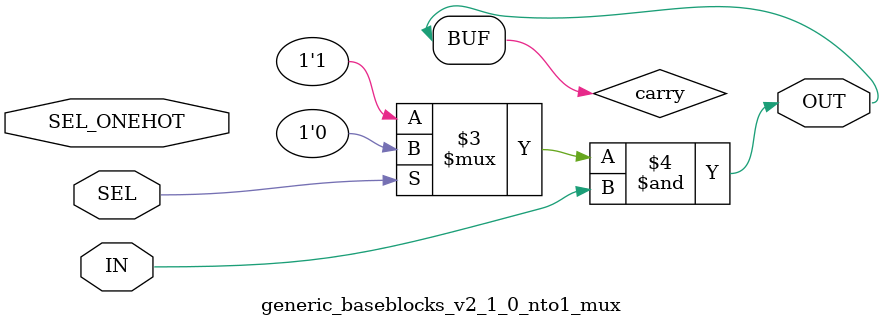
<source format=v>



`timescale 1ps/1ps


(* DowngradeIPIdentifiedWarnings="yes" *) 
module generic_baseblocks_v2_1_0_carry_latch_and #
  (
   parameter          C_FAMILY                         = "virtex6"
                       // FPGA Family. Current version: virtex6 or spartan6.
   )
  (
   input  wire        CIN,
   input  wire        I,
   output wire        O
   );
  
  
  /////////////////////////////////////////////////////////////////////////////
  // Variables for generating parameter controlled instances.
  /////////////////////////////////////////////////////////////////////////////
  
  
  /////////////////////////////////////////////////////////////////////////////
  // Local params
  /////////////////////////////////////////////////////////////////////////////
  
  
  /////////////////////////////////////////////////////////////////////////////
  // Functions
  /////////////////////////////////////////////////////////////////////////////
  
  
  /////////////////////////////////////////////////////////////////////////////
  // Internal signals
  /////////////////////////////////////////////////////////////////////////////

  
  /////////////////////////////////////////////////////////////////////////////
  // Instantiate or use RTL code
  /////////////////////////////////////////////////////////////////////////////
  
  generate
    if ( C_FAMILY == "rtl" ) begin : USE_RTL
      assign O = CIN & ~I;
      
    end else begin : USE_FPGA
      wire I_n;
      
      assign I_n = ~I;
    
      AND2B1L and2b1l_inst 
        (
         .O(O),
         .DI(CIN),
         .SRI(I_n)
        );
      
    end
  endgenerate
  
  
endmodule


// -- (c) Copyright 2010 - 2011 Xilinx, Inc. All rights reserved.
// --
// -- This file contains confidential and proprietary information
// -- of Xilinx, Inc. and is protected under U.S. and 
// -- international copyright and other intellectual property
// -- laws.
// --
// -- DISCLAIMER
// -- This disclaimer is not a license and does not grant any
// -- rights to the materials distributed herewith. Except as
// -- otherwise provided in a valid license issued to you by
// -- Xilinx, and to the maximum extent permitted by applicable
// -- law: (1) THESE MATERIALS ARE MADE AVAILABLE "AS IS" AND
// -- WITH ALL FAULTS, AND XILINX HEREBY DISCLAIMS ALL WARRANTIES
// -- AND CONDITIONS, EXPRESS, IMPLIED, OR STATUTORY, INCLUDING
// -- BUT NOT LIMITED TO WARRANTIES OF MERCHANTABILITY, NON-
// -- INFRINGEMENT, OR FITNESS FOR ANY PARTICULAR PURPOSE; and
// -- (2) Xilinx shall not be liable (whether in contract or tort,
// -- including negligence, or under any other theory of
// -- liability) for any loss or damage of any kind or nature
// -- related to, arising under or in connection with these
// -- materials, including for any direct, or any indirect,
// -- special, incidental, or consequential loss or damage
// -- (including loss of data, profits, goodwill, or any type of
// -- loss or damage suffered as a result of any action brought
// -- by a third party) even if such damage or loss was
// -- reasonably foreseeable or Xilinx had been advised of the
// -- possibility of the same.
// --
// -- CRITICAL APPLICATIONS
// -- Xilinx products are not designed or intended to be fail-
// -- safe, or for use in any application requiring fail-safe
// -- performance, such as life-support or safety devices or
// -- systems, Class III medical devices, nuclear facilities,
// -- applications related to the deployment of airbags, or any
// -- other applications that could lead to death, personal
// -- injury, or severe property or environmental damage
// -- (individually and collectively, "Critical
// -- Applications"). Customer assumes the sole risk and
// -- liability of any use of Xilinx products in Critical
// -- Applications, subject only to applicable laws and
// -- regulations governing limitations on product liability.
// --
// -- THIS COPYRIGHT NOTICE AND DISCLAIMER MUST BE RETAINED AS
// -- PART OF THIS FILE AT ALL TIMES.
//-----------------------------------------------------------------------------
//
// Description: 
//  Optimized OR with generic_baseblocks_v2_1_0_carry logic.
//
// Verilog-standard:  Verilog 2001
//--------------------------------------------------------------------------
//
// Structure:
//   
//
//--------------------------------------------------------------------------
`timescale 1ps/1ps


(* DowngradeIPIdentifiedWarnings="yes" *) 
module generic_baseblocks_v2_1_0_carry_latch_or #
  (
   parameter          C_FAMILY                         = "virtex6"
                       // FPGA Family. Current version: virtex6 or spartan6.
   )
  (
   input  wire        CIN,
   input  wire        I,
   output wire        O
   );
  
  
  /////////////////////////////////////////////////////////////////////////////
  // Variables for generating parameter controlled instances.
  /////////////////////////////////////////////////////////////////////////////
  
  
  /////////////////////////////////////////////////////////////////////////////
  // Local params
  /////////////////////////////////////////////////////////////////////////////
  
  
  /////////////////////////////////////////////////////////////////////////////
  // Functions
  /////////////////////////////////////////////////////////////////////////////
  
  
  /////////////////////////////////////////////////////////////////////////////
  // Internal signals
  /////////////////////////////////////////////////////////////////////////////
  
  
  /////////////////////////////////////////////////////////////////////////////
  // Instantiate or use RTL code
  /////////////////////////////////////////////////////////////////////////////
  
  generate
    if ( C_FAMILY == "rtl" ) begin : USE_RTL
      assign O = CIN | I;
      
    end else begin : USE_FPGA
      OR2L or2l_inst1
        (
         .O(O),
         .DI(CIN),
         .SRI(I)
        );
      
    end
  endgenerate
  
  
endmodule


// -- (c) Copyright 2010 - 2011 Xilinx, Inc. All rights reserved.
// --
// -- This file contains confidential and proprietary information
// -- of Xilinx, Inc. and is protected under U.S. and 
// -- international copyright and other intellectual property
// -- laws.
// --
// -- DISCLAIMER
// -- This disclaimer is not a license and does not grant any
// -- rights to the materials distributed herewith. Except as
// -- otherwise provided in a valid license issued to you by
// -- Xilinx, and to the maximum extent permitted by applicable
// -- law: (1) THESE MATERIALS ARE MADE AVAILABLE "AS IS" AND
// -- WITH ALL FAULTS, AND XILINX HEREBY DISCLAIMS ALL WARRANTIES
// -- AND CONDITIONS, EXPRESS, IMPLIED, OR STATUTORY, INCLUDING
// -- BUT NOT LIMITED TO WARRANTIES OF MERCHANTABILITY, NON-
// -- INFRINGEMENT, OR FITNESS FOR ANY PARTICULAR PURPOSE; and
// -- (2) Xilinx shall not be liable (whether in contract or tort,
// -- including negligence, or under any other theory of
// -- liability) for any loss or damage of any kind or nature
// -- related to, arising under or in connection with these
// -- materials, including for any direct, or any indirect,
// -- special, incidental, or consequential loss or damage
// -- (including loss of data, profits, goodwill, or any type of
// -- loss or damage suffered as a result of any action brought
// -- by a third party) even if such damage or loss was
// -- reasonably foreseeable or Xilinx had been advised of the
// -- possibility of the same.
// --
// -- CRITICAL APPLICATIONS
// -- Xilinx products are not designed or intended to be fail-
// -- safe, or for use in any application requiring fail-safe
// -- performance, such as life-support or safety devices or
// -- systems, Class III medical devices, nuclear facilities,
// -- applications related to the deployment of airbags, or any
// -- other applications that could lead to death, personal
// -- injury, or severe property or environmental damage
// -- (individually and collectively, "Critical
// -- Applications"). Customer assumes the sole risk and
// -- liability of any use of Xilinx products in Critical
// -- Applications, subject only to applicable laws and
// -- regulations governing limitations on product liability.
// --
// -- THIS COPYRIGHT NOTICE AND DISCLAIMER MUST BE RETAINED AS
// -- PART OF THIS FILE AT ALL TIMES.
//-----------------------------------------------------------------------------
//
// Description: 
//  Optimized OR with generic_baseblocks_v2_1_0_carry logic.
//
// Verilog-standard:  Verilog 2001
//--------------------------------------------------------------------------
//
// Structure:
//   
//
//--------------------------------------------------------------------------
`timescale 1ps/1ps


(* DowngradeIPIdentifiedWarnings="yes" *) 
module generic_baseblocks_v2_1_0_carry_or #
  (
   parameter         C_FAMILY                         = "virtex6"
                       // FPGA Family. Current version: virtex6 or spartan6.
   )
  (
   input  wire        CIN,
   input  wire        S,
   output wire        COUT
   );
  
  
  /////////////////////////////////////////////////////////////////////////////
  // Variables for generating parameter controlled instances.
  /////////////////////////////////////////////////////////////////////////////
  
  
  /////////////////////////////////////////////////////////////////////////////
  // Local params
  /////////////////////////////////////////////////////////////////////////////
  
  
  /////////////////////////////////////////////////////////////////////////////
  // Functions
  /////////////////////////////////////////////////////////////////////////////
  
  
  /////////////////////////////////////////////////////////////////////////////
  // Internal signals
  /////////////////////////////////////////////////////////////////////////////
  
  
  /////////////////////////////////////////////////////////////////////////////
  // Instantiate or use RTL code
  /////////////////////////////////////////////////////////////////////////////
  
  generate
    if ( C_FAMILY == "rtl" ) begin : USE_RTL
      assign COUT = CIN | S;
      
    end else begin : USE_FPGA
      wire S_n;
      
      assign S_n = ~S;
    
      MUXCY and_inst 
      (
       .O (COUT), 
       .CI (CIN), 
       .DI (1'b1), 
       .S (S_n)
      ); 
      
    end
  endgenerate
  
  
endmodule


// -- (c) Copyright 2010 - 2011 Xilinx, Inc. All rights reserved.
// --
// -- This file contains confidential and proprietary information
// -- of Xilinx, Inc. and is protected under U.S. and 
// -- international copyright and other intellectual property
// -- laws.
// --
// -- DISCLAIMER
// -- This disclaimer is not a license and does not grant any
// -- rights to the materials distributed herewith. Except as
// -- otherwise provided in a valid license issued to you by
// -- Xilinx, and to the maximum extent permitted by applicable
// -- law: (1) THESE MATERIALS ARE MADE AVAILABLE "AS IS" AND
// -- WITH ALL FAULTS, AND XILINX HEREBY DISCLAIMS ALL WARRANTIES
// -- AND CONDITIONS, EXPRESS, IMPLIED, OR STATUTORY, INCLUDING
// -- BUT NOT LIMITED TO WARRANTIES OF MERCHANTABILITY, NON-
// -- INFRINGEMENT, OR FITNESS FOR ANY PARTICULAR PURPOSE; and
// -- (2) Xilinx shall not be liable (whether in contract or tort,
// -- including negligence, or under any other theory of
// -- liability) for any loss or damage of any kind or nature
// -- related to, arising under or in connection with these
// -- materials, including for any direct, or any indirect,
// -- special, incidental, or consequential loss or damage
// -- (including loss of data, profits, goodwill, or any type of
// -- loss or damage suffered as a result of any action brought
// -- by a third party) even if such damage or loss was
// -- reasonably foreseeable or Xilinx had been advised of the
// -- possibility of the same.
// --
// -- CRITICAL APPLICATIONS
// -- Xilinx products are not designed or intended to be fail-
// -- safe, or for use in any application requiring fail-safe
// -- performance, such as life-support or safety devices or
// -- systems, Class III medical devices, nuclear facilities,
// -- applications related to the deployment of airbags, or any
// -- other applications that could lead to death, personal
// -- injury, or severe property or environmental damage
// -- (individually and collectively, "Critical
// -- Applications"). Customer assumes the sole risk and
// -- liability of any use of Xilinx products in Critical
// -- Applications, subject only to applicable laws and
// -- regulations governing limitations on product liability.
// --
// -- THIS COPYRIGHT NOTICE AND DISCLAIMER MUST BE RETAINED AS
// -- PART OF THIS FILE AT ALL TIMES.
//-----------------------------------------------------------------------------
//
// Description: 
//  Carry logic.
//
// Verilog-standard:  Verilog 2001
//--------------------------------------------------------------------------
//
// Structure:
//   
//
//--------------------------------------------------------------------------
`timescale 1ps/1ps


(* DowngradeIPIdentifiedWarnings="yes" *) 
module generic_baseblocks_v2_1_0_carry #
  (
   parameter         C_FAMILY                         = "virtex6"
                       // FPGA Family. Current version: virtex6 or spartan6.
   )
  (
   input  wire        CIN,
   input  wire        S,
   input  wire        DI,
   output wire        COUT
   );
  
  
  /////////////////////////////////////////////////////////////////////////////
  // Variables for generating parameter controlled instances.
  /////////////////////////////////////////////////////////////////////////////
  
  
  /////////////////////////////////////////////////////////////////////////////
  // Local params
  /////////////////////////////////////////////////////////////////////////////
  
  
  /////////////////////////////////////////////////////////////////////////////
  // Functions
  /////////////////////////////////////////////////////////////////////////////
  
  
  /////////////////////////////////////////////////////////////////////////////
  // Internal signals
  /////////////////////////////////////////////////////////////////////////////
  
  
  /////////////////////////////////////////////////////////////////////////////
  // Instantiate or use RTL code
  /////////////////////////////////////////////////////////////////////////////
  
  generate
    if ( C_FAMILY == "rtl" ) begin : USE_RTL
      assign COUT = (CIN & S) | (DI & ~S);
      
    end else begin : USE_FPGA
    
      MUXCY and_inst 
      (
       .O (COUT), 
       .CI (CIN), 
       .DI (DI), 
       .S (S)
      ); 
      
    end
  endgenerate
  
  
endmodule


// -- (c) Copyright 2010 - 2011 Xilinx, Inc. All rights reserved.
// --
// -- This file contains confidential and proprietary information
// -- of Xilinx, Inc. and is protected under U.S. and 
// -- international copyright and other intellectual property
// -- laws.
// --
// -- DISCLAIMER
// -- This disclaimer is not a license and does not grant any
// -- rights to the materials distributed herewith. Except as
// -- otherwise provided in a valid license issued to you by
// -- Xilinx, and to the maximum extent permitted by applicable
// -- law: (1) THESE MATERIALS ARE MADE AVAILABLE "AS IS" AND
// -- WITH ALL FAULTS, AND XILINX HEREBY DISCLAIMS ALL WARRANTIES
// -- AND CONDITIONS, EXPRESS, IMPLIED, OR STATUTORY, INCLUDING
// -- BUT NOT LIMITED TO WARRANTIES OF MERCHANTABILITY, NON-
// -- INFRINGEMENT, OR FITNESS FOR ANY PARTICULAR PURPOSE; and
// -- (2) Xilinx shall not be liable (whether in contract or tort,
// -- including negligence, or under any other theory of
// -- liability) for any loss or damage of any kind or nature
// -- related to, arising under or in connection with these
// -- materials, including for any direct, or any indirect,
// -- special, incidental, or consequential loss or damage
// -- (including loss of data, profits, goodwill, or any type of
// -- loss or damage suffered as a result of any action brought
// -- by a third party) even if such damage or loss was
// -- reasonably foreseeable or Xilinx had been advised of the
// -- possibility of the same.
// --
// -- CRITICAL APPLICATIONS
// -- Xilinx products are not designed or intended to be fail-
// -- safe, or for use in any application requiring fail-safe
// -- performance, such as life-support or safety devices or
// -- systems, Class III medical devices, nuclear facilities,
// -- applications related to the deployment of airbags, or any
// -- other applications that could lead to death, personal
// -- injury, or severe property or environmental damage
// -- (individually and collectively, "Critical
// -- Applications"). Customer assumes the sole risk and
// -- liability of any use of Xilinx products in Critical
// -- Applications, subject only to applicable laws and
// -- regulations governing limitations on product liability.
// --
// -- THIS COPYRIGHT NOTICE AND DISCLAIMER MUST BE RETAINED AS
// -- PART OF THIS FILE AT ALL TIMES.
//-----------------------------------------------------------------------------
//
// Description: 
//  Optimized 16/32 word deep FIFO.
//
// Verilog-standard:  Verilog 2001
//--------------------------------------------------------------------------
//
// Structure:
//   
//
//--------------------------------------------------------------------------
`timescale 1ps/1ps


(* DowngradeIPIdentifiedWarnings="yes" *) 
module generic_baseblocks_v2_1_0_command_fifo #
  (
   parameter         C_FAMILY                        = "virtex6",
   parameter integer C_ENABLE_S_VALID_CARRY          = 0,
   parameter integer C_ENABLE_REGISTERED_OUTPUT      = 0,
   parameter integer C_FIFO_DEPTH_LOG                = 5,      // FIFO depth = 2**C_FIFO_DEPTH_LOG
                                                               // Range = [4:5].
   parameter integer C_FIFO_WIDTH                    = 64      // Width of payload [1:512]
   )
  (
   // Global inputs
   input  wire                        ACLK,    // Clock
   input  wire                        ARESET,  // Reset
   // Information
   output wire                        EMPTY,   // FIFO empty (all stages)
   // Slave  Port
   input  wire [C_FIFO_WIDTH-1:0]     S_MESG,  // Payload (may be any set of channel signals)
   input  wire                        S_VALID, // FIFO push
   output wire                        S_READY, // FIFO not full
   // Master  Port
   output wire [C_FIFO_WIDTH-1:0]     M_MESG,  // Payload
   output wire                        M_VALID, // FIFO not empty
   input  wire                        M_READY  // FIFO pop
   );

  /////////////////////////////////////////////////////////////////////////////
  // Variables for generating parameter controlled instances.
  /////////////////////////////////////////////////////////////////////////////
  
  // Generate variable for data vector.
  genvar addr_cnt;
  genvar bit_cnt;
  integer index;
  
  
  /////////////////////////////////////////////////////////////////////////////
  // Internal signals
  /////////////////////////////////////////////////////////////////////////////
  
  wire [C_FIFO_DEPTH_LOG-1:0] addr;
  wire                        buffer_Full;
  wire                        buffer_Empty;
  
  wire                        next_Data_Exists;
  reg                         data_Exists_I = 1'b0;
  
  wire                        valid_Write;
  wire                        new_write;
  
  wire [C_FIFO_DEPTH_LOG-1:0] hsum_A;
  wire [C_FIFO_DEPTH_LOG-1:0] sum_A;
  wire [C_FIFO_DEPTH_LOG-1:0] addr_cy;

  wire                        buffer_full_early;
  
  wire [C_FIFO_WIDTH-1:0]     M_MESG_I;   // Payload
  wire                        M_VALID_I;  // FIFO not empty
  wire                        M_READY_I;  // FIFO pop
  
  /////////////////////////////////////////////////////////////////////////////
  // Create Flags 
  /////////////////////////////////////////////////////////////////////////////
  
  assign buffer_full_early  = ( (addr == {{C_FIFO_DEPTH_LOG-1{1'b1}}, 1'b0}) & valid_Write & ~M_READY_I ) |
                              ( buffer_Full & ~M_READY_I );

  assign S_READY            = ~buffer_Full;

  assign buffer_Empty       = (addr == {C_FIFO_DEPTH_LOG{1'b0}});

  assign next_Data_Exists   = (data_Exists_I & ~buffer_Empty) |
                              (buffer_Empty & S_VALID) |
                              (data_Exists_I & ~(M_READY_I & data_Exists_I));

  always @ (posedge ACLK) begin
    if (ARESET) begin
      data_Exists_I <= 1'b0;
    end else begin
      data_Exists_I <= next_Data_Exists;
    end
  end

  assign M_VALID_I = data_Exists_I;
  
  // Select RTL or FPGA optimized instatiations for critical parts.
  generate
    if ( C_FAMILY == "rtl" || C_ENABLE_S_VALID_CARRY == 0 ) begin : USE_RTL_VALID_WRITE
      reg                         buffer_Full_q = 1'b0;
      
      assign valid_Write = S_VALID & ~buffer_Full;
      
      assign new_write = (S_VALID | ~buffer_Empty);
     
      assign addr_cy[0] = valid_Write;
      
      always @ (posedge ACLK) begin
        if (ARESET) begin
          buffer_Full_q <= 1'b0;
        end else if ( data_Exists_I ) begin
          buffer_Full_q <= buffer_full_early;
        end
      end
      assign buffer_Full = buffer_Full_q;
      
    end else begin : USE_FPGA_VALID_WRITE
      wire s_valid_dummy1;
      wire s_valid_dummy2;
      wire sel_s_valid;
      wire sel_new_write;
      wire valid_Write_dummy1;
      wire valid_Write_dummy2;
      
      assign sel_s_valid = ~buffer_Full;
      
      generic_baseblocks_v2_1_0_carry_and #
        (
         .C_FAMILY(C_FAMILY)
         ) s_valid_dummy_inst1
        (
         .CIN(S_VALID),
         .S(1'b1),
         .COUT(s_valid_dummy1)
         );
      
      generic_baseblocks_v2_1_0_carry_and #
        (
         .C_FAMILY(C_FAMILY)
         ) s_valid_dummy_inst2
        (
         .CIN(s_valid_dummy1),
         .S(1'b1),
         .COUT(s_valid_dummy2)
         );
      
      generic_baseblocks_v2_1_0_carry_and #
        (
         .C_FAMILY(C_FAMILY)
         ) valid_write_inst
        (
         .CIN(s_valid_dummy2),
         .S(sel_s_valid),
         .COUT(valid_Write)
         );
      
      assign sel_new_write = ~buffer_Empty;
       
      generic_baseblocks_v2_1_0_carry_latch_or #
        (
         .C_FAMILY(C_FAMILY)
         ) new_write_inst
        (
         .CIN(valid_Write),
         .I(sel_new_write),
         .O(new_write)
         );
         
      generic_baseblocks_v2_1_0_carry_and #
        (
         .C_FAMILY(C_FAMILY)
         ) valid_write_dummy_inst1
        (
         .CIN(valid_Write),
         .S(1'b1),
         .COUT(valid_Write_dummy1)
         );
      
      generic_baseblocks_v2_1_0_carry_and #
        (
         .C_FAMILY(C_FAMILY)
         ) valid_write_dummy_inst2
        (
         .CIN(valid_Write_dummy1),
         .S(1'b1),
         .COUT(valid_Write_dummy2)
         );
      
      generic_baseblocks_v2_1_0_carry_and #
        (
         .C_FAMILY(C_FAMILY)
         ) valid_write_dummy_inst3
        (
         .CIN(valid_Write_dummy2),
         .S(1'b1),
         .COUT(addr_cy[0])
         );
      
      FDRE #(
       .INIT(1'b0)              // Initial value of register (1'b0 or 1'b1)
       ) FDRE_I1 (
       .Q(buffer_Full),         // Data output
       .C(ACLK),                // Clock input
       .CE(data_Exists_I),      // Clock enable input
       .R(ARESET),              // Synchronous reset input
       .D(buffer_full_early)    // Data input
       );
       
    end
  endgenerate
      
    
  /////////////////////////////////////////////////////////////////////////////
  // Create address pointer
  /////////////////////////////////////////////////////////////////////////////

  generate
    if ( C_FAMILY == "rtl" ) begin : USE_RTL_ADDR
    
      reg  [C_FIFO_DEPTH_LOG-1:0] addr_q = {C_FIFO_DEPTH_LOG{1'b0}};
      
      always @ (posedge ACLK) begin
        if (ARESET) begin
          addr_q <= {C_FIFO_DEPTH_LOG{1'b0}};
        end else if ( data_Exists_I ) begin
          if ( valid_Write & ~(M_READY_I & data_Exists_I) ) begin
            addr_q <= addr_q + 1'b1;
          end else if ( ~valid_Write & (M_READY_I & data_Exists_I) & ~buffer_Empty ) begin
            addr_q <= addr_q - 1'b1;
          end
          else begin
            addr_q <= addr_q;
          end
        end
        else begin
          addr_q <= addr_q;
        end
      end
      
      assign addr = addr_q;
      
    end else begin : USE_FPGA_ADDR
      for (addr_cnt = 0; addr_cnt < C_FIFO_DEPTH_LOG ; addr_cnt = addr_cnt + 1) begin : ADDR_GEN
        assign hsum_A[addr_cnt] = ((M_READY_I & data_Exists_I) ^ addr[addr_cnt]) & new_write;
        
        // Don't need the last muxcy, addr_cy(last) is not used anywhere
        if ( addr_cnt < C_FIFO_DEPTH_LOG - 1 ) begin : USE_MUXCY
          MUXCY MUXCY_inst (
           .DI(addr[addr_cnt]),
           .CI(addr_cy[addr_cnt]),
           .S(hsum_A[addr_cnt]),
           .O(addr_cy[addr_cnt+1])
           );
           
        end
        else begin : NO_MUXCY
        end
        
        XORCY XORCY_inst (
         .LI(hsum_A[addr_cnt]),
         .CI(addr_cy[addr_cnt]),
         .O(sum_A[addr_cnt])
         );
        
        FDRE #(
         .INIT(1'b0)             // Initial value of register (1'b0 or 1'b1)
         ) FDRE_inst (
         .Q(addr[addr_cnt]),     // Data output
         .C(ACLK),               // Clock input
         .CE(data_Exists_I),     // Clock enable input
         .R(ARESET),             // Synchronous reset input
         .D(sum_A[addr_cnt])     // Data input
         );
        
      end // end for bit_cnt
    end // C_FAMILY
  endgenerate
      
      
  /////////////////////////////////////////////////////////////////////////////
  // Data storage
  /////////////////////////////////////////////////////////////////////////////
  
  generate
    if ( C_FAMILY == "rtl" ) begin : USE_RTL_FIFO
      reg  [C_FIFO_WIDTH-1:0] data_srl[2 ** C_FIFO_DEPTH_LOG-1:0];
      
      always @ (posedge ACLK) begin
        if ( valid_Write ) begin
          for (index = 0; index < 2 ** C_FIFO_DEPTH_LOG-1 ; index = index + 1) begin
            data_srl[index+1] <= data_srl[index];
          end
          data_srl[0]   <= S_MESG;
        end
      end
      
      assign M_MESG_I = data_srl[addr];
      
    end else begin : USE_FPGA_FIFO
      for (bit_cnt = 0; bit_cnt < C_FIFO_WIDTH ; bit_cnt = bit_cnt + 1) begin : DATA_GEN
        
        if ( C_FIFO_DEPTH_LOG == 5 ) begin : USE_32
            SRLC32E # (
             .INIT(32'h00000000)    // Initial Value of Shift Register
            ) SRLC32E_inst (
             .Q(M_MESG_I[bit_cnt]), // SRL data output
             .Q31(),                // SRL cascade output pin
             .A(addr),              // 5-bit shift depth select input
             .CE(valid_Write),      // Clock enable input
             .CLK(ACLK),            // Clock input
             .D(S_MESG[bit_cnt])    // SRL data input
            );
        end else begin : USE_16
            SRLC16E # (
             .INIT(32'h00000000)    // Initial Value of Shift Register
            ) SRLC16E_inst (
             .Q(M_MESG_I[bit_cnt]), // SRL data output
             .Q15(),                // SRL cascade output pin
             .A0(addr[0]),          // 4-bit shift depth select input 0
             .A1(addr[1]),          // 4-bit shift depth select input 1
             .A2(addr[2]),          // 4-bit shift depth select input 2
             .A3(addr[3]),          // 4-bit shift depth select input 3
             .CE(valid_Write),      // Clock enable input
             .CLK(ACLK),            // Clock input
             .D(S_MESG[bit_cnt])    // SRL data input
            );
        end // C_FIFO_DEPTH_LOG
      
      end // end for bit_cnt
    end // C_FAMILY
  endgenerate
  
  
  /////////////////////////////////////////////////////////////////////////////
  // Pipeline stage
  /////////////////////////////////////////////////////////////////////////////
  
  generate
    if ( C_ENABLE_REGISTERED_OUTPUT != 0 ) begin : USE_FF_OUT
      
      wire [C_FIFO_WIDTH-1:0]     M_MESG_FF;    // Payload
      wire                        M_VALID_FF;   // FIFO not empty
      
      // Select RTL or FPGA optimized instatiations for critical parts.
      if ( C_FAMILY == "rtl" ) begin : USE_RTL_OUTPUT_PIPELINE
      
        reg  [C_FIFO_WIDTH-1:0]     M_MESG_Q;   // Payload
        reg                         M_VALID_Q = 1'b0;  // FIFO not empty
        
        always @ (posedge ACLK) begin
          if (ARESET) begin
            M_MESG_Q    <= {C_FIFO_WIDTH{1'b0}};
            M_VALID_Q   <= 1'b0;
          end else begin
            if ( M_READY_I ) begin
              M_MESG_Q    <= M_MESG_I;
              M_VALID_Q   <= M_VALID_I;
            end
          end
        end
      
        assign M_MESG_FF     = M_MESG_Q;
        assign M_VALID_FF    = M_VALID_Q;
        
      end else begin : USE_FPGA_OUTPUT_PIPELINE
      
        reg  [C_FIFO_WIDTH-1:0]     M_MESG_CMB;   // Payload
        reg                         M_VALID_CMB;  // FIFO not empty
        
        always @ *
        begin
          if ( M_READY_I ) begin
            M_MESG_CMB  <= M_MESG_I;
            M_VALID_CMB <= M_VALID_I;
          end else begin
            M_MESG_CMB  <= M_MESG_FF;
            M_VALID_CMB <= M_VALID_FF;
          end
        end
        
        for (bit_cnt = 0; bit_cnt < C_FIFO_WIDTH ; bit_cnt = bit_cnt + 1) begin : DATA_GEN
              
          FDRE #(
           .INIT(1'b0)                    // Initial value of register (1'b0 or 1'b1)
           ) FDRE_inst (
           .Q(M_MESG_FF[bit_cnt]),        // Data output
           .C(ACLK),                      // Clock input
           .CE(1'b1),                     // Clock enable input
           .R(ARESET),                    // Synchronous reset input
           .D(M_MESG_CMB[bit_cnt])        // Data input
           );
        end // end for bit_cnt
            
        FDRE #(
         .INIT(1'b0)                    // Initial value of register (1'b0 or 1'b1)
         ) FDRE_inst (
         .Q(M_VALID_FF),                // Data output
         .C(ACLK),                      // Clock input
         .CE(1'b1),                     // Clock enable input
         .R(ARESET),                    // Synchronous reset input
         .D(M_VALID_CMB)                // Data input
         );
      
      end
      
      assign EMPTY      = ~M_VALID_I & ~M_VALID_FF;
      assign M_MESG     = M_MESG_FF;
      assign M_VALID    = M_VALID_FF;
      assign M_READY_I  = ( M_READY & M_VALID_FF ) | ~M_VALID_FF;
      
    end else begin : NO_FF_OUT
      
      assign EMPTY      = ~M_VALID_I;
      assign M_MESG     = M_MESG_I;
      assign M_VALID    = M_VALID_I;
      assign M_READY_I  = M_READY;
      
    end
  endgenerate

endmodule


// -- (c) Copyright 2010 - 2011 Xilinx, Inc. All rights reserved.
// --
// -- This file contains confidential and proprietary information
// -- of Xilinx, Inc. and is protected under U.S. and 
// -- international copyright and other intellectual property
// -- laws.
// --
// -- DISCLAIMER
// -- This disclaimer is not a license and does not grant any
// -- rights to the materials distributed herewith. Except as
// -- otherwise provided in a valid license issued to you by
// -- Xilinx, and to the maximum extent permitted by applicable
// -- law: (1) THESE MATERIALS ARE MADE AVAILABLE "AS IS" AND
// -- WITH ALL FAULTS, AND XILINX HEREBY DISCLAIMS ALL WARRANTIES
// -- AND CONDITIONS, EXPRESS, IMPLIED, OR STATUTORY, INCLUDING
// -- BUT NOT LIMITED TO WARRANTIES OF MERCHANTABILITY, NON-
// -- INFRINGEMENT, OR FITNESS FOR ANY PARTICULAR PURPOSE; and
// -- (2) Xilinx shall not be liable (whether in contract or tort,
// -- including negligence, or under any other theory of
// -- liability) for any loss or damage of any kind or nature
// -- related to, arising under or in connection with these
// -- materials, including for any direct, or any indirect,
// -- special, incidental, or consequential loss or damage
// -- (including loss of data, profits, goodwill, or any type of
// -- loss or damage suffered as a result of any action brought
// -- by a third party) even if such damage or loss was
// -- reasonably foreseeable or Xilinx had been advised of the
// -- possibility of the same.
// --
// -- CRITICAL APPLICATIONS
// -- Xilinx products are not designed or intended to be fail-
// -- safe, or for use in any application requiring fail-safe
// -- performance, such as life-support or safety devices or
// -- systems, Class III medical devices, nuclear facilities,
// -- applications related to the deployment of airbags, or any
// -- other applications that could lead to death, personal
// -- injury, or severe property or environmental damage
// -- (individually and collectively, "Critical
// -- Applications"). Customer assumes the sole risk and
// -- liability of any use of Xilinx products in Critical
// -- Applications, subject only to applicable laws and
// -- regulations governing limitations on product liability.
// --
// -- THIS COPYRIGHT NOTICE AND DISCLAIMER MUST BE RETAINED AS
// -- PART OF THIS FILE AT ALL TIMES.
//-----------------------------------------------------------------------------
//
// Description: 
//  Optimized COMPARATOR (against constant) with generic_baseblocks_v2_1_0_carry logic.
//
// Verilog-standard:  Verilog 2001
//--------------------------------------------------------------------------
//
// Structure:
//   
//
//--------------------------------------------------------------------------
`timescale 1ps/1ps

(* DowngradeIPIdentifiedWarnings="yes" *) 
module generic_baseblocks_v2_1_0_comparator_mask_static #
  (
   parameter         C_FAMILY                         = "virtex6", 
                       // FPGA Family. Current version: virtex6 or spartan6.
   parameter         C_VALUE                          = 4'b0,
                       // Static value to compare against.
   parameter integer C_DATA_WIDTH                     = 4
                       // Data width for comparator.
   )
  (
   input  wire                    CIN,
   input  wire [C_DATA_WIDTH-1:0] A,
   input  wire [C_DATA_WIDTH-1:0] M,
   output wire                    COUT
   );
  
  
  /////////////////////////////////////////////////////////////////////////////
  // Variables for generating parameter controlled instances.
  /////////////////////////////////////////////////////////////////////////////
  
  // Generate variable for bit vector.
  genvar lut_cnt;
  
  
  /////////////////////////////////////////////////////////////////////////////
  // Local params
  /////////////////////////////////////////////////////////////////////////////
  
  // Bits per LUT for this architecture.
  localparam integer C_BITS_PER_LUT   = 3;
  
  // Constants for packing levels.
  localparam integer C_NUM_LUT        = ( C_DATA_WIDTH + C_BITS_PER_LUT - 1 ) / C_BITS_PER_LUT;
  
  // 
  localparam integer C_FIX_DATA_WIDTH = ( C_NUM_LUT * C_BITS_PER_LUT > C_DATA_WIDTH ) ? C_NUM_LUT * C_BITS_PER_LUT :
                                        C_DATA_WIDTH;
  
  
  /////////////////////////////////////////////////////////////////////////////
  // Functions
  /////////////////////////////////////////////////////////////////////////////
  
  
  /////////////////////////////////////////////////////////////////////////////
  // Internal signals
  /////////////////////////////////////////////////////////////////////////////
  
  wire [C_FIX_DATA_WIDTH-1:0] a_local;
  wire [C_FIX_DATA_WIDTH-1:0] b_local;
  wire [C_FIX_DATA_WIDTH-1:0] m_local;
  wire [C_NUM_LUT-1:0]        sel;
  wire [C_NUM_LUT:0]          carry_local;
  
  
  /////////////////////////////////////////////////////////////////////////////
  // 
  /////////////////////////////////////////////////////////////////////////////
  
  generate
    // Assign input to local vectors.
    assign carry_local[0] = CIN;
    
    // Extend input data to fit.
    if ( C_NUM_LUT * C_BITS_PER_LUT > C_DATA_WIDTH ) begin : USE_EXTENDED_DATA
      assign a_local        = {A,       {C_NUM_LUT * C_BITS_PER_LUT - C_DATA_WIDTH{1'b0}}};
      assign b_local        = {C_VALUE, {C_NUM_LUT * C_BITS_PER_LUT - C_DATA_WIDTH{1'b0}}};
      assign m_local        = {M, {C_NUM_LUT * C_BITS_PER_LUT - C_DATA_WIDTH{1'b0}}};
    end else begin : NO_EXTENDED_DATA
      assign a_local        = A;
      assign b_local        = C_VALUE;
      assign m_local        = M;
    end
    
    // Instantiate one generic_baseblocks_v2_1_0_carry and per level.
    for (lut_cnt = 0; lut_cnt < C_NUM_LUT ; lut_cnt = lut_cnt + 1) begin : LUT_LEVEL
      // Create the local select signal
      assign sel[lut_cnt] = ( ( a_local[lut_cnt*C_BITS_PER_LUT +: C_BITS_PER_LUT] &
                                m_local[lut_cnt*C_BITS_PER_LUT +: C_BITS_PER_LUT] ) == 
                              ( b_local[lut_cnt*C_BITS_PER_LUT +: C_BITS_PER_LUT] &
                                m_local[lut_cnt*C_BITS_PER_LUT +: C_BITS_PER_LUT] ) );
    
      // Instantiate each LUT level.
      generic_baseblocks_v2_1_0_carry_and # 
      (
       .C_FAMILY(C_FAMILY)
      ) compare_inst 
      (
       .COUT  (carry_local[lut_cnt+1]),
       .CIN   (carry_local[lut_cnt]),
       .S     (sel[lut_cnt])
      ); 
      
    end // end for lut_cnt
    
    // Assign output from local vector.
    assign COUT = carry_local[C_NUM_LUT];
    
  endgenerate
  
  
endmodule


// -- (c) Copyright 2010 - 2011 Xilinx, Inc. All rights reserved.
// --
// -- This file contains confidential and proprietary information
// -- of Xilinx, Inc. and is protected under U.S. and 
// -- international copyright and other intellectual property
// -- laws.
// --
// -- DISCLAIMER
// -- This disclaimer is not a license and does not grant any
// -- rights to the materials distributed herewith. Except as
// -- otherwise provided in a valid license issued to you by
// -- Xilinx, and to the maximum extent permitted by applicable
// -- law: (1) THESE MATERIALS ARE MADE AVAILABLE "AS IS" AND
// -- WITH ALL FAULTS, AND XILINX HEREBY DISCLAIMS ALL WARRANTIES
// -- AND CONDITIONS, EXPRESS, IMPLIED, OR STATUTORY, INCLUDING
// -- BUT NOT LIMITED TO WARRANTIES OF MERCHANTABILITY, NON-
// -- INFRINGEMENT, OR FITNESS FOR ANY PARTICULAR PURPOSE; and
// -- (2) Xilinx shall not be liable (whether in contract or tort,
// -- including negligence, or under any other theory of
// -- liability) for any loss or damage of any kind or nature
// -- related to, arising under or in connection with these
// -- materials, including for any direct, or any indirect,
// -- special, incidental, or consequential loss or damage
// -- (including loss of data, profits, goodwill, or any type of
// -- loss or damage suffered as a result of any action brought
// -- by a third party) even if such damage or loss was
// -- reasonably foreseeable or Xilinx had been advised of the
// -- possibility of the same.
// --
// -- CRITICAL APPLICATIONS
// -- Xilinx products are not designed or intended to be fail-
// -- safe, or for use in any application requiring fail-safe
// -- performance, such as life-support or safety devices or
// -- systems, Class III medical devices, nuclear facilities,
// -- applications related to the deployment of airbags, or any
// -- other applications that could lead to death, personal
// -- injury, or severe property or environmental damage
// -- (individually and collectively, "Critical
// -- Applications"). Customer assumes the sole risk and
// -- liability of any use of Xilinx products in Critical
// -- Applications, subject only to applicable laws and
// -- regulations governing limitations on product liability.
// --
// -- THIS COPYRIGHT NOTICE AND DISCLAIMER MUST BE RETAINED AS
// -- PART OF THIS FILE AT ALL TIMES.
//-----------------------------------------------------------------------------
//
// Description: 
//  Optimized COMPARATOR with generic_baseblocks_v2_1_0_carry logic.
//
// Verilog-standard:  Verilog 2001
//--------------------------------------------------------------------------
//
// Structure:
//   
//
//--------------------------------------------------------------------------
`timescale 1ps/1ps

(* DowngradeIPIdentifiedWarnings="yes" *) 
module generic_baseblocks_v2_1_0_comparator_mask #
  (
   parameter         C_FAMILY                         = "virtex6", 
                       // FPGA Family. Current version: virtex6 or spartan6.
   parameter integer C_DATA_WIDTH                     = 4
                       // Data width for comparator.
   )
  (
   input  wire                    CIN,
   input  wire [C_DATA_WIDTH-1:0] A,
   input  wire [C_DATA_WIDTH-1:0] B,
   input  wire [C_DATA_WIDTH-1:0] M,
   output wire                    COUT
   );
  
  
  /////////////////////////////////////////////////////////////////////////////
  // Variables for generating parameter controlled instances.
  /////////////////////////////////////////////////////////////////////////////
  
  // Generate variable for bit vector.
  genvar lut_cnt;
  
  
  /////////////////////////////////////////////////////////////////////////////
  // Local params
  /////////////////////////////////////////////////////////////////////////////
  
  // Bits per LUT for this architecture.
  localparam integer C_BITS_PER_LUT   = 2;
  
  // Constants for packing levels.
  localparam integer C_NUM_LUT        = ( C_DATA_WIDTH + C_BITS_PER_LUT - 1 ) / C_BITS_PER_LUT;
  
  // 
  localparam integer C_FIX_DATA_WIDTH = ( C_NUM_LUT * C_BITS_PER_LUT > C_DATA_WIDTH ) ? C_NUM_LUT * C_BITS_PER_LUT :
                                        C_DATA_WIDTH;
  
  
  /////////////////////////////////////////////////////////////////////////////
  // Functions
  /////////////////////////////////////////////////////////////////////////////
  
  
  /////////////////////////////////////////////////////////////////////////////
  // Internal signals
  /////////////////////////////////////////////////////////////////////////////
  
  wire [C_FIX_DATA_WIDTH-1:0] a_local;
  wire [C_FIX_DATA_WIDTH-1:0] b_local;
  wire [C_FIX_DATA_WIDTH-1:0] m_local;
  wire [C_NUM_LUT-1:0]        sel;
  wire [C_NUM_LUT:0]          carry_local;
  
  
  /////////////////////////////////////////////////////////////////////////////
  // 
  /////////////////////////////////////////////////////////////////////////////
  
  generate
    // Assign input to local vectors.
    assign carry_local[0] = CIN;
    
    // Extend input data to fit.
    if ( C_NUM_LUT * C_BITS_PER_LUT > C_DATA_WIDTH ) begin : USE_EXTENDED_DATA
      assign a_local        = {A, {C_NUM_LUT * C_BITS_PER_LUT - C_DATA_WIDTH{1'b0}}};
      assign b_local        = {B, {C_NUM_LUT * C_BITS_PER_LUT - C_DATA_WIDTH{1'b0}}};
      assign m_local        = {M, {C_NUM_LUT * C_BITS_PER_LUT - C_DATA_WIDTH{1'b0}}};
    end else begin : NO_EXTENDED_DATA
      assign a_local        = A;
      assign b_local        = B;
      assign m_local        = M;
    end
  
    // Instantiate one generic_baseblocks_v2_1_0_carry and per level.
    for (lut_cnt = 0; lut_cnt < C_NUM_LUT ; lut_cnt = lut_cnt + 1) begin : LUT_LEVEL
      // Create the local select signal
      assign sel[lut_cnt] = ( ( a_local[lut_cnt*C_BITS_PER_LUT +: C_BITS_PER_LUT] &
                                m_local[lut_cnt*C_BITS_PER_LUT +: C_BITS_PER_LUT] ) == 
                              ( b_local[lut_cnt*C_BITS_PER_LUT +: C_BITS_PER_LUT] &
                                m_local[lut_cnt*C_BITS_PER_LUT +: C_BITS_PER_LUT] ) );
    
      // Instantiate each LUT level.
      generic_baseblocks_v2_1_0_carry_and # 
      (
       .C_FAMILY(C_FAMILY)
      ) compare_inst 
      (
       .COUT  (carry_local[lut_cnt+1]),
       .CIN   (carry_local[lut_cnt]),
       .S     (sel[lut_cnt])
      ); 
      
    end // end for lut_cnt
    
    // Assign output from local vector.
    assign COUT = carry_local[C_NUM_LUT];
    
  endgenerate
  
  
endmodule


// -- (c) Copyright 2010 - 2011 Xilinx, Inc. All rights reserved.
// --
// -- This file contains confidential and proprietary information
// -- of Xilinx, Inc. and is protected under U.S. and 
// -- international copyright and other intellectual property
// -- laws.
// --
// -- DISCLAIMER
// -- This disclaimer is not a license and does not grant any
// -- rights to the materials distributed herewith. Except as
// -- otherwise provided in a valid license issued to you by
// -- Xilinx, and to the maximum extent permitted by applicable
// -- law: (1) THESE MATERIALS ARE MADE AVAILABLE "AS IS" AND
// -- WITH ALL FAULTS, AND XILINX HEREBY DISCLAIMS ALL WARRANTIES
// -- AND CONDITIONS, EXPRESS, IMPLIED, OR STATUTORY, INCLUDING
// -- BUT NOT LIMITED TO WARRANTIES OF MERCHANTABILITY, NON-
// -- INFRINGEMENT, OR FITNESS FOR ANY PARTICULAR PURPOSE; and
// -- (2) Xilinx shall not be liable (whether in contract or tort,
// -- including negligence, or under any other theory of
// -- liability) for any loss or damage of any kind or nature
// -- related to, arising under or in connection with these
// -- materials, including for any direct, or any indirect,
// -- special, incidental, or consequential loss or damage
// -- (including loss of data, profits, goodwill, or any type of
// -- loss or damage suffered as a result of any action brought
// -- by a third party) even if such damage or loss was
// -- reasonably foreseeable or Xilinx had been advised of the
// -- possibility of the same.
// --
// -- CRITICAL APPLICATIONS
// -- Xilinx products are not designed or intended to be fail-
// -- safe, or for use in any application requiring fail-safe
// -- performance, such as life-support or safety devices or
// -- systems, Class III medical devices, nuclear facilities,
// -- applications related to the deployment of airbags, or any
// -- other applications that could lead to death, personal
// -- injury, or severe property or environmental damage
// -- (individually and collectively, "Critical
// -- Applications"). Customer assumes the sole risk and
// -- liability of any use of Xilinx products in Critical
// -- Applications, subject only to applicable laws and
// -- regulations governing limitations on product liability.
// --
// -- THIS COPYRIGHT NOTICE AND DISCLAIMER MUST BE RETAINED AS
// -- PART OF THIS FILE AT ALL TIMES.
//-----------------------------------------------------------------------------
//
// Description: 
//  Optimized COMPARATOR (against constant) with generic_baseblocks_v2_1_0_carry logic.
//
// Verilog-standard:  Verilog 2001
//--------------------------------------------------------------------------
//
// Structure:
//   
//
//--------------------------------------------------------------------------
`timescale 1ps/1ps

(* DowngradeIPIdentifiedWarnings="yes" *) 
module generic_baseblocks_v2_1_0_comparator_sel_mask_static #
  (
   parameter         C_FAMILY                         = "virtex6", 
                       // FPGA Family. Current version: virtex6 or spartan6.
   parameter         C_VALUE                          = 4'b0,
                       // Static value to compare against.
   parameter integer C_DATA_WIDTH                     = 4
                       // Data width for comparator.
   )
  (
   input  wire                    CIN,
   input  wire                    S,
   input  wire [C_DATA_WIDTH-1:0] A,
   input  wire [C_DATA_WIDTH-1:0] B,
   input  wire [C_DATA_WIDTH-1:0] M,
   output wire                    COUT
   );
  
  
  /////////////////////////////////////////////////////////////////////////////
  // Variables for generating parameter controlled instances.
  /////////////////////////////////////////////////////////////////////////////
  
  // Generate variable for bit vector.
  genvar lut_cnt;
  
  
  /////////////////////////////////////////////////////////////////////////////
  // Local params
  /////////////////////////////////////////////////////////////////////////////
  
  // Bits per LUT for this architecture.
  localparam integer C_BITS_PER_LUT   = 1;
  
  // Constants for packing levels.
  localparam integer C_NUM_LUT        = ( C_DATA_WIDTH + C_BITS_PER_LUT - 1 ) / C_BITS_PER_LUT;
  
  // 
  localparam integer C_FIX_DATA_WIDTH = ( C_NUM_LUT * C_BITS_PER_LUT > C_DATA_WIDTH ) ? C_NUM_LUT * C_BITS_PER_LUT :
                                        C_DATA_WIDTH;
  
  
  /////////////////////////////////////////////////////////////////////////////
  // Functions
  /////////////////////////////////////////////////////////////////////////////
  
  
  /////////////////////////////////////////////////////////////////////////////
  // Internal signals
  /////////////////////////////////////////////////////////////////////////////
  
  wire [C_FIX_DATA_WIDTH-1:0] a_local;
  wire [C_FIX_DATA_WIDTH-1:0] b_local;
  wire [C_FIX_DATA_WIDTH-1:0] m_local;
  wire [C_FIX_DATA_WIDTH-1:0] v_local;
  wire [C_NUM_LUT-1:0]        sel;
  wire [C_NUM_LUT:0]          carry_local;
  
  
  /////////////////////////////////////////////////////////////////////////////
  // 
  /////////////////////////////////////////////////////////////////////////////
  
  generate
    // Assign input to local vectors.
    assign carry_local[0] = CIN;
    
    // Extend input data to fit.
    if ( C_NUM_LUT * C_BITS_PER_LUT > C_DATA_WIDTH ) begin : USE_EXTENDED_DATA
      assign a_local        = {A,       {C_NUM_LUT * C_BITS_PER_LUT - C_DATA_WIDTH{1'b0}}};
      assign b_local        = {B,       {C_NUM_LUT * C_BITS_PER_LUT - C_DATA_WIDTH{1'b0}}};
      assign m_local        = {M,       {C_NUM_LUT * C_BITS_PER_LUT - C_DATA_WIDTH{1'b0}}};
      assign v_local        = {C_VALUE, {C_NUM_LUT * C_BITS_PER_LUT - C_DATA_WIDTH{1'b0}}};
    end else begin : NO_EXTENDED_DATA
      assign a_local        = A;
      assign b_local        = B;
      assign m_local        = M;
      assign v_local        = C_VALUE;
    end
    
    // Instantiate one generic_baseblocks_v2_1_0_carry and per level.
    for (lut_cnt = 0; lut_cnt < C_NUM_LUT ; lut_cnt = lut_cnt + 1) begin : LUT_LEVEL
      // Create the local select signal
      assign sel[lut_cnt] = ( ( ( a_local[lut_cnt*C_BITS_PER_LUT +: C_BITS_PER_LUT] &
                                  m_local[lut_cnt*C_BITS_PER_LUT +: C_BITS_PER_LUT] ) ==
                                ( v_local[lut_cnt*C_BITS_PER_LUT +: C_BITS_PER_LUT] &
                                  m_local[lut_cnt*C_BITS_PER_LUT +: C_BITS_PER_LUT] ) ) & ( S == 1'b0 ) ) |
                            ( ( ( b_local[lut_cnt*C_BITS_PER_LUT +: C_BITS_PER_LUT] &
                                  m_local[lut_cnt*C_BITS_PER_LUT +: C_BITS_PER_LUT] ) ==
                                ( v_local[lut_cnt*C_BITS_PER_LUT +: C_BITS_PER_LUT] &
                                  m_local[lut_cnt*C_BITS_PER_LUT +: C_BITS_PER_LUT] ) ) & ( S == 1'b1 ) );
    
      // Instantiate each LUT level.
      generic_baseblocks_v2_1_0_carry_and # 
      (
       .C_FAMILY(C_FAMILY)
      ) compare_inst 
      (
       .COUT  (carry_local[lut_cnt+1]),
       .CIN   (carry_local[lut_cnt]),
       .S     (sel[lut_cnt])
      ); 
      
    end // end for lut_cnt
    
    // Assign output from local vector.
    assign COUT = carry_local[C_NUM_LUT];
    
  endgenerate
  
  
endmodule


// -- (c) Copyright 2010 - 2011 Xilinx, Inc. All rights reserved.
// --
// -- This file contains confidential and proprietary information
// -- of Xilinx, Inc. and is protected under U.S. and 
// -- international copyright and other intellectual property
// -- laws.
// --
// -- DISCLAIMER
// -- This disclaimer is not a license and does not grant any
// -- rights to the materials distributed herewith. Except as
// -- otherwise provided in a valid license issued to you by
// -- Xilinx, and to the maximum extent permitted by applicable
// -- law: (1) THESE MATERIALS ARE MADE AVAILABLE "AS IS" AND
// -- WITH ALL FAULTS, AND XILINX HEREBY DISCLAIMS ALL WARRANTIES
// -- AND CONDITIONS, EXPRESS, IMPLIED, OR STATUTORY, INCLUDING
// -- BUT NOT LIMITED TO WARRANTIES OF MERCHANTABILITY, NON-
// -- INFRINGEMENT, OR FITNESS FOR ANY PARTICULAR PURPOSE; and
// -- (2) Xilinx shall not be liable (whether in contract or tort,
// -- including negligence, or under any other theory of
// -- liability) for any loss or damage of any kind or nature
// -- related to, arising under or in connection with these
// -- materials, including for any direct, or any indirect,
// -- special, incidental, or consequential loss or damage
// -- (including loss of data, profits, goodwill, or any type of
// -- loss or damage suffered as a result of any action brought
// -- by a third party) even if such damage or loss was
// -- reasonably foreseeable or Xilinx had been advised of the
// -- possibility of the same.
// --
// -- CRITICAL APPLICATIONS
// -- Xilinx products are not designed or intended to be fail-
// -- safe, or for use in any application requiring fail-safe
// -- performance, such as life-support or safety devices or
// -- systems, Class III medical devices, nuclear facilities,
// -- applications related to the deployment of airbags, or any
// -- other applications that could lead to death, personal
// -- injury, or severe property or environmental damage
// -- (individually and collectively, "Critical
// -- Applications"). Customer assumes the sole risk and
// -- liability of any use of Xilinx products in Critical
// -- Applications, subject only to applicable laws and
// -- regulations governing limitations on product liability.
// --
// -- THIS COPYRIGHT NOTICE AND DISCLAIMER MUST BE RETAINED AS
// -- PART OF THIS FILE AT ALL TIMES.
//-----------------------------------------------------------------------------
//
// Description: 
//  Optimized COMPARATOR with generic_baseblocks_v2_1_0_carry logic.
//
// Verilog-standard:  Verilog 2001
//--------------------------------------------------------------------------
//
// Structure:
//   
//
//--------------------------------------------------------------------------
`timescale 1ps/1ps

(* DowngradeIPIdentifiedWarnings="yes" *) 
module generic_baseblocks_v2_1_0_comparator_sel_mask #
  (
   parameter         C_FAMILY                         = "virtex6", 
                       // FPGA Family. Current version: virtex6 or spartan6.
   parameter integer C_DATA_WIDTH                     = 4
                       // Data width for comparator.
   )
  (
   input  wire                    CIN,
   input  wire                    S,
   input  wire [C_DATA_WIDTH-1:0] A,
   input  wire [C_DATA_WIDTH-1:0] B,
   input  wire [C_DATA_WIDTH-1:0] M,
   input  wire [C_DATA_WIDTH-1:0] V,
   output wire                    COUT
   );
  
  
  /////////////////////////////////////////////////////////////////////////////
  // Variables for generating parameter controlled instances.
  /////////////////////////////////////////////////////////////////////////////
  
  // Generate variable for bit vector.
  genvar lut_cnt;
  
  
  /////////////////////////////////////////////////////////////////////////////
  // Local params
  /////////////////////////////////////////////////////////////////////////////
  
  // Bits per LUT for this architecture.
  localparam integer C_BITS_PER_LUT   = 1;
  
  // Constants for packing levels.
  localparam integer C_NUM_LUT        = ( C_DATA_WIDTH + C_BITS_PER_LUT - 1 ) / C_BITS_PER_LUT;
  
  // 
  localparam integer C_FIX_DATA_WIDTH = ( C_NUM_LUT * C_BITS_PER_LUT > C_DATA_WIDTH ) ? C_NUM_LUT * C_BITS_PER_LUT :
                                        C_DATA_WIDTH;
  
  
  /////////////////////////////////////////////////////////////////////////////
  // Functions
  /////////////////////////////////////////////////////////////////////////////
  
  
  /////////////////////////////////////////////////////////////////////////////
  // Internal signals
  /////////////////////////////////////////////////////////////////////////////
  
  wire [C_FIX_DATA_WIDTH-1:0] a_local;
  wire [C_FIX_DATA_WIDTH-1:0] b_local;
  wire [C_FIX_DATA_WIDTH-1:0] m_local;
  wire [C_FIX_DATA_WIDTH-1:0] v_local;
  wire [C_NUM_LUT-1:0]        sel;
  wire [C_NUM_LUT:0]          carry_local;
  
  
  /////////////////////////////////////////////////////////////////////////////
  // 
  /////////////////////////////////////////////////////////////////////////////
  
  generate
    // Assign input to local vectors.
    assign carry_local[0] = CIN;
    
    // Extend input data to fit.
    if ( C_NUM_LUT * C_BITS_PER_LUT > C_DATA_WIDTH ) begin : USE_EXTENDED_DATA
      assign a_local        = {A, {C_NUM_LUT * C_BITS_PER_LUT - C_DATA_WIDTH{1'b0}}};
      assign b_local        = {B, {C_NUM_LUT * C_BITS_PER_LUT - C_DATA_WIDTH{1'b0}}};
      assign m_local        = {M, {C_NUM_LUT * C_BITS_PER_LUT - C_DATA_WIDTH{1'b0}}};
      assign v_local        = {V, {C_NUM_LUT * C_BITS_PER_LUT - C_DATA_WIDTH{1'b0}}};
    end else begin : NO_EXTENDED_DATA
      assign a_local        = A;
      assign b_local        = B;
      assign m_local        = M;
      assign v_local        = V;
    end
    
    // Instantiate one generic_baseblocks_v2_1_0_carry and per level.
    for (lut_cnt = 0; lut_cnt < C_NUM_LUT ; lut_cnt = lut_cnt + 1) begin : LUT_LEVEL
      // Create the local select signal
      assign sel[lut_cnt] = ( ( ( a_local[lut_cnt*C_BITS_PER_LUT +: C_BITS_PER_LUT] &
                                  m_local[lut_cnt*C_BITS_PER_LUT +: C_BITS_PER_LUT] ) ==
                                ( v_local[lut_cnt*C_BITS_PER_LUT +: C_BITS_PER_LUT] &
                                  m_local[lut_cnt*C_BITS_PER_LUT +: C_BITS_PER_LUT] ) ) & ( S == 1'b0 ) ) |
                            ( ( ( b_local[lut_cnt*C_BITS_PER_LUT +: C_BITS_PER_LUT] &
                                  m_local[lut_cnt*C_BITS_PER_LUT +: C_BITS_PER_LUT] ) ==
                                ( v_local[lut_cnt*C_BITS_PER_LUT +: C_BITS_PER_LUT] &
                                  m_local[lut_cnt*C_BITS_PER_LUT +: C_BITS_PER_LUT] ) ) & ( S == 1'b1 ) );
    
      // Instantiate each LUT level.
      generic_baseblocks_v2_1_0_carry_and # 
      (
       .C_FAMILY(C_FAMILY)
      ) compare_inst 
      (
       .COUT  (carry_local[lut_cnt+1]),
       .CIN   (carry_local[lut_cnt]),
       .S     (sel[lut_cnt])
      ); 
      
    end // end for lut_cnt
    
    // Assign output from local vector.
    assign COUT = carry_local[C_NUM_LUT];
    
  endgenerate
  
  
endmodule


// -- (c) Copyright 2010 - 2011 Xilinx, Inc. All rights reserved.
// --
// -- This file contains confidential and proprietary information
// -- of Xilinx, Inc. and is protected under U.S. and 
// -- international copyright and other intellectual property
// -- laws.
// --
// -- DISCLAIMER
// -- This disclaimer is not a license and does not grant any
// -- rights to the materials distributed herewith. Except as
// -- otherwise provided in a valid license issued to you by
// -- Xilinx, and to the maximum extent permitted by applicable
// -- law: (1) THESE MATERIALS ARE MADE AVAILABLE "AS IS" AND
// -- WITH ALL FAULTS, AND XILINX HEREBY DISCLAIMS ALL WARRANTIES
// -- AND CONDITIONS, EXPRESS, IMPLIED, OR STATUTORY, INCLUDING
// -- BUT NOT LIMITED TO WARRANTIES OF MERCHANTABILITY, NON-
// -- INFRINGEMENT, OR FITNESS FOR ANY PARTICULAR PURPOSE; and
// -- (2) Xilinx shall not be liable (whether in contract or tort,
// -- including negligence, or under any other theory of
// -- liability) for any loss or damage of any kind or nature
// -- related to, arising under or in connection with these
// -- materials, including for any direct, or any indirect,
// -- special, incidental, or consequential loss or damage
// -- (including loss of data, profits, goodwill, or any type of
// -- loss or damage suffered as a result of any action brought
// -- by a third party) even if such damage or loss was
// -- reasonably foreseeable or Xilinx had been advised of the
// -- possibility of the same.
// --
// -- CRITICAL APPLICATIONS
// -- Xilinx products are not designed or intended to be fail-
// -- safe, or for use in any application requiring fail-safe
// -- performance, such as life-support or safety devices or
// -- systems, Class III medical devices, nuclear facilities,
// -- applications related to the deployment of airbags, or any
// -- other applications that could lead to death, personal
// -- injury, or severe property or environmental damage
// -- (individually and collectively, "Critical
// -- Applications"). Customer assumes the sole risk and
// -- liability of any use of Xilinx products in Critical
// -- Applications, subject only to applicable laws and
// -- regulations governing limitations on product liability.
// --
// -- THIS COPYRIGHT NOTICE AND DISCLAIMER MUST BE RETAINED AS
// -- PART OF THIS FILE AT ALL TIMES.
//-----------------------------------------------------------------------------
//
// Description: 
//  Optimized COMPARATOR (against constant) with generic_baseblocks_v2_1_0_carry logic.
//
// Verilog-standard:  Verilog 2001
//--------------------------------------------------------------------------
//
// Structure:
//   
//
//--------------------------------------------------------------------------
`timescale 1ps/1ps

(* DowngradeIPIdentifiedWarnings="yes" *) 
module generic_baseblocks_v2_1_0_comparator_sel_static #
  (
   parameter         C_FAMILY                         = "virtex6", 
                       // FPGA Family. Current version: virtex6 or spartan6.
   parameter         C_VALUE                          = 4'b0,
                       // Static value to compare against.
   parameter integer C_DATA_WIDTH                     = 4
                       // Data width for comparator.
   )
  (
   input  wire                    CIN,
   input  wire                    S,
   input  wire [C_DATA_WIDTH-1:0] A,
   input  wire [C_DATA_WIDTH-1:0] B,
   output wire                    COUT
   );
  
  
  /////////////////////////////////////////////////////////////////////////////
  // Variables for generating parameter controlled instances.
  /////////////////////////////////////////////////////////////////////////////
  
  // Generate variable for bit vector.
  genvar bit_cnt;
  
  
  /////////////////////////////////////////////////////////////////////////////
  // Local params
  /////////////////////////////////////////////////////////////////////////////
  
  // Bits per LUT for this architecture.
  localparam integer C_BITS_PER_LUT   = 2;
  
  // Constants for packing levels.
  localparam integer C_NUM_LUT        = ( C_DATA_WIDTH + C_BITS_PER_LUT - 1 ) / C_BITS_PER_LUT;
  
  // 
  localparam integer C_FIX_DATA_WIDTH = ( C_NUM_LUT * C_BITS_PER_LUT > C_DATA_WIDTH ) ? C_NUM_LUT * C_BITS_PER_LUT :
                                        C_DATA_WIDTH;
  
  
  /////////////////////////////////////////////////////////////////////////////
  // Functions
  /////////////////////////////////////////////////////////////////////////////
  
  
  /////////////////////////////////////////////////////////////////////////////
  // Internal signals
  /////////////////////////////////////////////////////////////////////////////
  
  wire [C_FIX_DATA_WIDTH-1:0] a_local;
  wire [C_FIX_DATA_WIDTH-1:0] b_local;
  wire [C_FIX_DATA_WIDTH-1:0] v_local;
  wire [C_NUM_LUT-1:0]        sel;
  wire [C_NUM_LUT:0]          carry_local;
  
  
  /////////////////////////////////////////////////////////////////////////////
  // 
  /////////////////////////////////////////////////////////////////////////////
  
  generate
    // Assign input to local vectors.
    assign carry_local[0] = CIN;
    
    // Extend input data to fit.
    if ( C_NUM_LUT * C_BITS_PER_LUT > C_DATA_WIDTH ) begin : USE_EXTENDED_DATA
      assign a_local        = {A,       {C_NUM_LUT * C_BITS_PER_LUT - C_DATA_WIDTH{1'b0}}};
      assign b_local        = {B,       {C_NUM_LUT * C_BITS_PER_LUT - C_DATA_WIDTH{1'b0}}};
      assign v_local        = {C_VALUE, {C_NUM_LUT * C_BITS_PER_LUT - C_DATA_WIDTH{1'b0}}};
    end else begin : NO_EXTENDED_DATA
      assign a_local        = A;
      assign b_local        = B;
      assign v_local        = C_VALUE;
    end
    
    // Instantiate one generic_baseblocks_v2_1_0_carry and per level.
    for (bit_cnt = 0; bit_cnt < C_NUM_LUT ; bit_cnt = bit_cnt + 1) begin : LUT_LEVEL
      // Create the local select signal
      assign sel[bit_cnt] = ( ( a_local[bit_cnt*C_BITS_PER_LUT +: C_BITS_PER_LUT] == 
                                v_local[bit_cnt*C_BITS_PER_LUT +: C_BITS_PER_LUT] ) & ( S == 1'b0 ) ) |
                            ( ( b_local[bit_cnt*C_BITS_PER_LUT +: C_BITS_PER_LUT] == 
                                v_local[bit_cnt*C_BITS_PER_LUT +: C_BITS_PER_LUT] ) & ( S == 1'b1 ) );
    
      // Instantiate each LUT level.
      generic_baseblocks_v2_1_0_carry_and # 
      (
       .C_FAMILY(C_FAMILY)
      ) compare_inst 
      (
       .COUT  (carry_local[bit_cnt+1]),
       .CIN   (carry_local[bit_cnt]),
       .S     (sel[bit_cnt])
      ); 
      
    end // end for bit_cnt
    
    // Assign output from local vector.
    assign COUT = carry_local[C_NUM_LUT];
    
  endgenerate
  
  
endmodule


// -- (c) Copyright 2010 - 2011 Xilinx, Inc. All rights reserved.
// --
// -- This file contains confidential and proprietary information
// -- of Xilinx, Inc. and is protected under U.S. and 
// -- international copyright and other intellectual property
// -- laws.
// --
// -- DISCLAIMER
// -- This disclaimer is not a license and does not grant any
// -- rights to the materials distributed herewith. Except as
// -- otherwise provided in a valid license issued to you by
// -- Xilinx, and to the maximum extent permitted by applicable
// -- law: (1) THESE MATERIALS ARE MADE AVAILABLE "AS IS" AND
// -- WITH ALL FAULTS, AND XILINX HEREBY DISCLAIMS ALL WARRANTIES
// -- AND CONDITIONS, EXPRESS, IMPLIED, OR STATUTORY, INCLUDING
// -- BUT NOT LIMITED TO WARRANTIES OF MERCHANTABILITY, NON-
// -- INFRINGEMENT, OR FITNESS FOR ANY PARTICULAR PURPOSE; and
// -- (2) Xilinx shall not be liable (whether in contract or tort,
// -- including negligence, or under any other theory of
// -- liability) for any loss or damage of any kind or nature
// -- related to, arising under or in connection with these
// -- materials, including for any direct, or any indirect,
// -- special, incidental, or consequential loss or damage
// -- (including loss of data, profits, goodwill, or any type of
// -- loss or damage suffered as a result of any action brought
// -- by a third party) even if such damage or loss was
// -- reasonably foreseeable or Xilinx had been advised of the
// -- possibility of the same.
// --
// -- CRITICAL APPLICATIONS
// -- Xilinx products are not designed or intended to be fail-
// -- safe, or for use in any application requiring fail-safe
// -- performance, such as life-support or safety devices or
// -- systems, Class III medical devices, nuclear facilities,
// -- applications related to the deployment of airbags, or any
// -- other applications that could lead to death, personal
// -- injury, or severe property or environmental damage
// -- (individually and collectively, "Critical
// -- Applications"). Customer assumes the sole risk and
// -- liability of any use of Xilinx products in Critical
// -- Applications, subject only to applicable laws and
// -- regulations governing limitations on product liability.
// --
// -- THIS COPYRIGHT NOTICE AND DISCLAIMER MUST BE RETAINED AS
// -- PART OF THIS FILE AT ALL TIMES.
//-----------------------------------------------------------------------------
//
// Description: 
//  Optimized COMPARATOR with generic_baseblocks_v2_1_0_carry logic.
//
// Verilog-standard:  Verilog 2001
//--------------------------------------------------------------------------
//
// Structure:
//   
//
//--------------------------------------------------------------------------
`timescale 1ps/1ps

(* DowngradeIPIdentifiedWarnings="yes" *) 
module generic_baseblocks_v2_1_0_comparator_sel #
  (
   parameter         C_FAMILY                         = "virtex6", 
                       // FPGA Family. Current version: virtex6 or spartan6.
   parameter integer C_DATA_WIDTH                     = 4
                       // Data width for comparator.
   )
  (
   input  wire                    CIN,
   input  wire                    S,
   input  wire [C_DATA_WIDTH-1:0] A,
   input  wire [C_DATA_WIDTH-1:0] B,
   input  wire [C_DATA_WIDTH-1:0] V,
   output wire                    COUT
   );
  
  
  /////////////////////////////////////////////////////////////////////////////
  // Variables for generating parameter controlled instances.
  /////////////////////////////////////////////////////////////////////////////
  
  // Generate variable for bit vector.
  genvar bit_cnt;
  
  
  /////////////////////////////////////////////////////////////////////////////
  // Local params
  /////////////////////////////////////////////////////////////////////////////
  
  // Bits per LUT for this architecture.
  localparam integer C_BITS_PER_LUT   = 1;
  
  // Constants for packing levels.
  localparam integer C_NUM_LUT        = ( C_DATA_WIDTH + C_BITS_PER_LUT - 1 ) / C_BITS_PER_LUT;
  
  // 
  localparam integer C_FIX_DATA_WIDTH = ( C_NUM_LUT * C_BITS_PER_LUT > C_DATA_WIDTH ) ? C_NUM_LUT * C_BITS_PER_LUT :
                                        C_DATA_WIDTH;
  
  
  /////////////////////////////////////////////////////////////////////////////
  // Functions
  /////////////////////////////////////////////////////////////////////////////
  
  
  /////////////////////////////////////////////////////////////////////////////
  // Internal signals
  /////////////////////////////////////////////////////////////////////////////
  
  wire [C_FIX_DATA_WIDTH-1:0] a_local;
  wire [C_FIX_DATA_WIDTH-1:0] b_local;
  wire [C_FIX_DATA_WIDTH-1:0] v_local;
  wire [C_NUM_LUT-1:0]        sel;
  wire [C_NUM_LUT:0]          carry_local;
  
  
  /////////////////////////////////////////////////////////////////////////////
  // 
  /////////////////////////////////////////////////////////////////////////////
  
  generate
    // Assign input to local vectors.
    assign carry_local[0] = CIN;
    
    // Extend input data to fit.
    if ( C_NUM_LUT * C_BITS_PER_LUT > C_DATA_WIDTH ) begin : USE_EXTENDED_DATA
      assign a_local        = {A, {C_NUM_LUT * C_BITS_PER_LUT - C_DATA_WIDTH{1'b0}}};
      assign b_local        = {B, {C_NUM_LUT * C_BITS_PER_LUT - C_DATA_WIDTH{1'b0}}};
      assign v_local        = {V, {C_NUM_LUT * C_BITS_PER_LUT - C_DATA_WIDTH{1'b0}}};
    end else begin : NO_EXTENDED_DATA
      assign a_local        = A;
      assign b_local        = B;
      assign v_local        = V;
    end
  
    // Instantiate one generic_baseblocks_v2_1_0_carry and per level.
    for (bit_cnt = 0; bit_cnt < C_NUM_LUT ; bit_cnt = bit_cnt + 1) begin : LUT_LEVEL
      // Create the local select signal
      assign sel[bit_cnt] = ( ( a_local[bit_cnt*C_BITS_PER_LUT +: C_BITS_PER_LUT] == 
                                v_local[bit_cnt*C_BITS_PER_LUT +: C_BITS_PER_LUT] ) & ( S == 1'b0 ) ) |
                            ( ( b_local[bit_cnt*C_BITS_PER_LUT +: C_BITS_PER_LUT] == 
                                v_local[bit_cnt*C_BITS_PER_LUT +: C_BITS_PER_LUT] ) & ( S == 1'b1 ) );
    
      // Instantiate each LUT level.
      generic_baseblocks_v2_1_0_carry_and # 
      (
       .C_FAMILY(C_FAMILY)
      ) compare_inst 
      (
       .COUT  (carry_local[bit_cnt+1]),
       .CIN   (carry_local[bit_cnt]),
       .S     (sel[bit_cnt])
      ); 
      
    end // end for bit_cnt
    
    // Assign output from local vector.
    assign COUT = carry_local[C_NUM_LUT];
    
  endgenerate
  
  
endmodule




// -- (c) Copyright 2010 - 2011 Xilinx, Inc. All rights reserved.
// --
// -- This file contains confidential and proprietary information
// -- of Xilinx, Inc. and is protected under U.S. and 
// -- international copyright and other intellectual property
// -- laws.
// --
// -- DISCLAIMER
// -- This disclaimer is not a license and does not grant any
// -- rights to the materials distributed herewith. Except as
// -- otherwise provided in a valid license issued to you by
// -- Xilinx, and to the maximum extent permitted by applicable
// -- law: (1) THESE MATERIALS ARE MADE AVAILABLE "AS IS" AND
// -- WITH ALL FAULTS, AND XILINX HEREBY DISCLAIMS ALL WARRANTIES
// -- AND CONDITIONS, EXPRESS, IMPLIED, OR STATUTORY, INCLUDING
// -- BUT NOT LIMITED TO WARRANTIES OF MERCHANTABILITY, NON-
// -- INFRINGEMENT, OR FITNESS FOR ANY PARTICULAR PURPOSE; and
// -- (2) Xilinx shall not be liable (whether in contract or tort,
// -- including negligence, or under any other theory of
// -- liability) for any loss or damage of any kind or nature
// -- related to, arising under or in connection with these
// -- materials, including for any direct, or any indirect,
// -- special, incidental, or consequential loss or damage
// -- (including loss of data, profits, goodwill, or any type of
// -- loss or damage suffered as a result of any action brought
// -- by a third party) even if such damage or loss was
// -- reasonably foreseeable or Xilinx had been advised of the
// -- possibility of the same.
// --
// -- CRITICAL APPLICATIONS
// -- Xilinx products are not designed or intended to be fail-
// -- safe, or for use in any application requiring fail-safe
// -- performance, such as life-support or safety devices or
// -- systems, Class III medical devices, nuclear facilities,
// -- applications related to the deployment of airbags, or any
// -- other applications that could lead to death, personal
// -- injury, or severe property or environmental damage
// -- (individually and collectively, "Critical
// -- Applications"). Customer assumes the sole risk and
// -- liability of any use of Xilinx products in Critical
// -- Applications, subject only to applicable laws and
// -- regulations governing limitations on product liability.
// --
// -- THIS COPYRIGHT NOTICE AND DISCLAIMER MUST BE RETAINED AS
// -- PART OF THIS FILE AT ALL TIMES.
//-----------------------------------------------------------------------------
//
// Description: 
//  Optimized COMPARATOR with generic_baseblocks_v2_1_0_carry logic.
//
// Verilog-standard:  Verilog 2001
//--------------------------------------------------------------------------
//
// Structure:
//   
//
//--------------------------------------------------------------------------
`timescale 1ps/1ps

(* DowngradeIPIdentifiedWarnings="yes" *) 
module generic_baseblocks_v2_1_0_comparator #
  (
   parameter         C_FAMILY                         = "virtex6", 
                       // FPGA Family. Current version: virtex6 or spartan6.
   parameter integer C_DATA_WIDTH                     = 4
                       // Data width for comparator.
   )
  (
   input  wire                    CIN,
   input  wire [C_DATA_WIDTH-1:0] A,
   input  wire [C_DATA_WIDTH-1:0] B,
   output wire                    COUT
   );
  
  
  /////////////////////////////////////////////////////////////////////////////
  // Variables for generating parameter controlled instances.
  /////////////////////////////////////////////////////////////////////////////
  
  // Generate variable for bit vector.
  genvar bit_cnt;
  
  
  /////////////////////////////////////////////////////////////////////////////
  // Local params
  /////////////////////////////////////////////////////////////////////////////
  
  // Bits per LUT for this architecture.
  localparam integer C_BITS_PER_LUT   = 3;
  
  // Constants for packing levels.
  localparam integer C_NUM_LUT        = ( C_DATA_WIDTH + C_BITS_PER_LUT - 1 ) / C_BITS_PER_LUT;
  
  // 
  localparam integer C_FIX_DATA_WIDTH = ( C_NUM_LUT * C_BITS_PER_LUT > C_DATA_WIDTH ) ? C_NUM_LUT * C_BITS_PER_LUT :
                                        C_DATA_WIDTH;
  
  
  /////////////////////////////////////////////////////////////////////////////
  // Functions
  /////////////////////////////////////////////////////////////////////////////
  
  
  /////////////////////////////////////////////////////////////////////////////
  // Internal signals
  /////////////////////////////////////////////////////////////////////////////
  
  wire [C_FIX_DATA_WIDTH-1:0] a_local;
  wire [C_FIX_DATA_WIDTH-1:0] b_local;
  wire [C_NUM_LUT-1:0]        sel;
  wire [C_NUM_LUT:0]          carry_local;
  
  
  /////////////////////////////////////////////////////////////////////////////
  // 
  /////////////////////////////////////////////////////////////////////////////
  
  generate
    // Assign input to local vectors.
    assign carry_local[0] = CIN;
    
    // Extend input data to fit.
    if ( C_NUM_LUT * C_BITS_PER_LUT > C_DATA_WIDTH ) begin : USE_EXTENDED_DATA
      assign a_local        = {A, {C_NUM_LUT * C_BITS_PER_LUT - C_DATA_WIDTH{1'b0}}};
      assign b_local        = {B, {C_NUM_LUT * C_BITS_PER_LUT - C_DATA_WIDTH{1'b0}}};
    end else begin : NO_EXTENDED_DATA
      assign a_local        = A;
      assign b_local        = B;
    end
  
    // Instantiate one generic_baseblocks_v2_1_0_carry and per level.
    for (bit_cnt = 0; bit_cnt < C_NUM_LUT ; bit_cnt = bit_cnt + 1) begin : LUT_LEVEL
      // Create the local select signal
      assign sel[bit_cnt] = ( a_local[bit_cnt*C_BITS_PER_LUT +: C_BITS_PER_LUT] == 
                              b_local[bit_cnt*C_BITS_PER_LUT +: C_BITS_PER_LUT] );
    
      // Instantiate each LUT level.
      generic_baseblocks_v2_1_0_carry_and # 
      (
       .C_FAMILY(C_FAMILY)
      ) compare_inst 
      (
       .COUT  (carry_local[bit_cnt+1]),
       .CIN   (carry_local[bit_cnt]),
       .S     (sel[bit_cnt])
      ); 
      
    end // end for bit_cnt
    
    // Assign output from local vector.
    assign COUT = carry_local[C_NUM_LUT];
    
  endgenerate
  
  
endmodule




// -- (c) Copyright 2010 - 2011 Xilinx, Inc. All rights reserved.
// --
// -- This file contains confidential and proprietary information
// -- of Xilinx, Inc. and is protected under U.S. and 
// -- international copyright and other intellectual property
// -- laws.
// --
// -- DISCLAIMER
// -- This disclaimer is not a license and does not grant any
// -- rights to the materials distributed herewith. Except as
// -- otherwise provided in a valid license issued to you by
// -- Xilinx, and to the maximum extent permitted by applicable
// -- law: (1) THESE MATERIALS ARE MADE AVAILABLE "AS IS" AND
// -- WITH ALL FAULTS, AND XILINX HEREBY DISCLAIMS ALL WARRANTIES
// -- AND CONDITIONS, EXPRESS, IMPLIED, OR STATUTORY, INCLUDING
// -- BUT NOT LIMITED TO WARRANTIES OF MERCHANTABILITY, NON-
// -- INFRINGEMENT, OR FITNESS FOR ANY PARTICULAR PURPOSE; and
// -- (2) Xilinx shall not be liable (whether in contract or tort,
// -- including negligence, or under any other theory of
// -- liability) for any loss or damage of any kind or nature
// -- related to, arising under or in connection with these
// -- materials, including for any direct, or any indirect,
// -- special, incidental, or consequential loss or damage
// -- (including loss of data, profits, goodwill, or any type of
// -- loss or damage suffered as a result of any action brought
// -- by a third party) even if such damage or loss was
// -- reasonably foreseeable or Xilinx had been advised of the
// -- possibility of the same.
// --
// -- CRITICAL APPLICATIONS
// -- Xilinx products are not designed or intended to be fail-
// -- safe, or for use in any application requiring fail-safe
// -- performance, such as life-support or safety devices or
// -- systems, Class III medical devices, nuclear facilities,
// -- applications related to the deployment of airbags, or any
// -- other applications that could lead to death, personal
// -- injury, or severe property or environmental damage
// -- (individually and collectively, "Critical
// -- Applications"). Customer assumes the sole risk and
// -- liability of any use of Xilinx products in Critical
// -- Applications, subject only to applicable laws and
// -- regulations governing limitations on product liability.
// --
// -- THIS COPYRIGHT NOTICE AND DISCLAIMER MUST BE RETAINED AS
// -- PART OF THIS FILE AT ALL TIMES.
//-----------------------------------------------------------------------------
//
// Description: 
//  Optimized Mux from 2:1 upto 16:1.
//
// Verilog-standard:  Verilog 2001
//--------------------------------------------------------------------------
//
// Structure:
//   
//
//--------------------------------------------------------------------------
`timescale 1ps/1ps


(* DowngradeIPIdentifiedWarnings="yes" *) 
module generic_baseblocks_v2_1_0_mux #
  (
   parameter         C_FAMILY                         = "rtl",
                       // FPGA Family. Current version: virtex6 or spartan6.
   parameter integer C_SEL_WIDTH                      = 4,
                       // Data width for comparator.
   parameter integer C_DATA_WIDTH                     = 2
                       // Data width for comparator.
   )
  (
   input  wire [C_SEL_WIDTH-1:0]                    S,
   input  wire [(2**C_SEL_WIDTH)*C_DATA_WIDTH-1:0]  A,
   output wire [C_DATA_WIDTH-1:0]                   O
   );
  
  
  /////////////////////////////////////////////////////////////////////////////
  // Variables for generating parameter controlled instances.
  /////////////////////////////////////////////////////////////////////////////
  
  // Generate variable for bit vector.
  genvar bit_cnt;
  
  
  /////////////////////////////////////////////////////////////////////////////
  // Local params
  /////////////////////////////////////////////////////////////////////////////
  
  
  /////////////////////////////////////////////////////////////////////////////
  // Functions
  /////////////////////////////////////////////////////////////////////////////
  
  
  /////////////////////////////////////////////////////////////////////////////
  // Internal signals
  /////////////////////////////////////////////////////////////////////////////
  
  
  /////////////////////////////////////////////////////////////////////////////
  // Instantiate or use RTL code
  /////////////////////////////////////////////////////////////////////////////
  
  generate
    if ( C_FAMILY == "rtl" || C_SEL_WIDTH < 3 ) begin : USE_RTL
      assign O = A[(S)*C_DATA_WIDTH +: C_DATA_WIDTH];
      
    end else begin : USE_FPGA
      
      wire [C_DATA_WIDTH-1:0] C;
      wire [C_DATA_WIDTH-1:0] D;
      
      // Lower half recursively.
      generic_baseblocks_v2_1_0_mux # 
      (
       .C_FAMILY      (C_FAMILY),
       .C_SEL_WIDTH   (C_SEL_WIDTH-1),
       .C_DATA_WIDTH  (C_DATA_WIDTH)
      ) mux_c_inst 
      (
       .S   (S[C_SEL_WIDTH-2:0]),
       .A   (A[(2**(C_SEL_WIDTH-1))*C_DATA_WIDTH-1 : 0]),
       .O   (C)
      ); 
      
      // Upper half recursively.
      generic_baseblocks_v2_1_0_mux # 
      (
       .C_FAMILY      (C_FAMILY),
       .C_SEL_WIDTH   (C_SEL_WIDTH-1),
       .C_DATA_WIDTH  (C_DATA_WIDTH)
      ) mux_d_inst 
      (
       .S   (S[C_SEL_WIDTH-2:0]),
       .A   (A[(2**C_SEL_WIDTH)*C_DATA_WIDTH-1 : (2**(C_SEL_WIDTH-1))*C_DATA_WIDTH]),
       .O   (D)
      ); 
      
      // Generate instantiated generic_baseblocks_v2_1_0_mux components as required.
      for (bit_cnt = 0; bit_cnt < C_DATA_WIDTH ; bit_cnt = bit_cnt + 1) begin : NUM
        if ( C_SEL_WIDTH == 4 ) begin : USE_F8
        
          MUXF8 muxf8_inst 
          (
           .I0  (C[bit_cnt]),
           .I1  (D[bit_cnt]),
           .S   (S[C_SEL_WIDTH-1]),
           .O   (O[bit_cnt])
          ); 
          
        end else if ( C_SEL_WIDTH == 3 ) begin : USE_F7
      
          MUXF7 muxf7_inst 
          (
           .I0  (C[bit_cnt]),
           .I1  (D[bit_cnt]),
           .S   (S[C_SEL_WIDTH-1]),
           .O   (O[bit_cnt])
          ); 
          
        end // C_SEL_WIDTH
      end // end for bit_cnt
    
    end
  endgenerate
  
  
endmodule


// -- (c) Copyright 2009 - 2011 Xilinx, Inc. All rights reserved.
// --
// -- This file contains confidential and proprietary information
// -- of Xilinx, Inc. and is protected under U.S. and 
// -- international copyright and other intellectual property
// -- laws.
// --
// -- DISCLAIMER
// -- This disclaimer is not a license and does not grant any
// -- rights to the materials distributed herewith. Except as
// -- otherwise provided in a valid license issued to you by
// -- Xilinx, and to the maximum extent permitted by applicable
// -- law: (1) THESE MATERIALS ARE MADE AVAILABLE "AS IS" AND
// -- WITH ALL FAULTS, AND XILINX HEREBY DISCLAIMS ALL WARRANTIES
// -- AND CONDITIONS, EXPRESS, IMPLIED, OR STATUTORY, INCLUDING
// -- BUT NOT LIMITED TO WARRANTIES OF MERCHANTABILITY, NON-
// -- INFRINGEMENT, OR FITNESS FOR ANY PARTICULAR PURPOSE; and
// -- (2) Xilinx shall not be liable (whether in contract or tort,
// -- including negligence, or under any other theory of
// -- liability) for any loss or damage of any kind or nature
// -- related to, arising under or in connection with these
// -- materials, including for any direct, or any indirect,
// -- special, incidental, or consequential loss or damage
// -- (including loss of data, profits, goodwill, or any type of
// -- loss or damage suffered as a result of any action brought
// -- by a third party) even if such damage or loss was
// -- reasonably foreseeable or Xilinx had been advised of the
// -- possibility of the same.
// --
// -- CRITICAL APPLICATIONS
// -- Xilinx products are not designed or intended to be fail-
// -- safe, or for use in any application requiring fail-safe
// -- performance, such as life-support or safety devices or
// -- systems, Class III medical devices, nuclear facilities,
// -- applications related to the deployment of airbags, or any
// -- other applications that could lead to death, personal
// -- injury, or severe property or environmental damage
// -- (individually and collectively, "Critical
// -- Applications"). Customer assumes the sole risk and
// -- liability of any use of Xilinx products in Critical
// -- Applications, subject only to applicable laws and
// -- regulations governing limitations on product liability.
// --
// -- THIS COPYRIGHT NOTICE AND DISCLAIMER MUST BE RETAINED AS
// -- PART OF THIS FILE AT ALL TIMES.
//-----------------------------------------------------------------------------
//
// File name: nto1_mux.v
//
// Description: N:1 MUX based on either binary-encoded or one-hot select input
//   One-hot mode does not protect against multiple active SEL_ONEHOT inputs.
//   Note: All port signals changed to all-upper-case (w.r.t. prior version).
//
//-----------------------------------------------------------------------------

`timescale 1ps/1ps
`default_nettype none

(* DowngradeIPIdentifiedWarnings="yes" *) 
module generic_baseblocks_v2_1_0_nto1_mux #
  (
   parameter integer C_RATIO         =  1,  // Range: >=1
   parameter integer C_SEL_WIDTH     =  1,  // Range: >=1; recommended: ceil_log2(C_RATIO)
   parameter integer C_DATAOUT_WIDTH =  1,  // Range: >=1
   parameter integer C_ONEHOT        =  0   // Values: 0 = binary-encoded (use SEL); 1 = one-hot (use SEL_ONEHOT)
   )
  (
   input  wire [C_RATIO-1:0]                 SEL_ONEHOT,  // One-hot generic_baseblocks_v2_1_0_mux select (only used if C_ONEHOT=1)
   input  wire [C_SEL_WIDTH-1:0]             SEL,         // Binary-encoded generic_baseblocks_v2_1_0_mux select (only used if C_ONEHOT=0)
   input  wire [C_RATIO*C_DATAOUT_WIDTH-1:0] IN,          // Data input array (num_selections x data_width)
   output wire [C_DATAOUT_WIDTH-1:0]         OUT          // Data output vector
   );

  wire [C_DATAOUT_WIDTH*C_RATIO-1:0] carry;
  genvar i;
  
  generate
    if (C_ONEHOT == 0) begin : gen_encoded
      assign carry[C_DATAOUT_WIDTH-1:0] = {C_DATAOUT_WIDTH{(SEL==0)?1'b1:1'b0}} & IN[C_DATAOUT_WIDTH-1:0];
      for (i=1;i<C_RATIO;i=i+1) begin : gen_carrychain_enc
        assign carry[(i+1)*C_DATAOUT_WIDTH-1:i*C_DATAOUT_WIDTH] = 
               carry[i*C_DATAOUT_WIDTH-1:(i-1)*C_DATAOUT_WIDTH] |
               {C_DATAOUT_WIDTH{(SEL==i)?1'b1:1'b0}} & IN[(i+1)*C_DATAOUT_WIDTH-1:i*C_DATAOUT_WIDTH];
      end
    end else begin : gen_onehot
      assign carry[C_DATAOUT_WIDTH-1:0] = {C_DATAOUT_WIDTH{SEL_ONEHOT[0]}} & IN[C_DATAOUT_WIDTH-1:0];
      for (i=1;i<C_RATIO;i=i+1) begin : gen_carrychain_hot
        assign carry[(i+1)*C_DATAOUT_WIDTH-1:i*C_DATAOUT_WIDTH] = 
               carry[i*C_DATAOUT_WIDTH-1:(i-1)*C_DATAOUT_WIDTH] |
               {C_DATAOUT_WIDTH{SEL_ONEHOT[i]}} & IN[(i+1)*C_DATAOUT_WIDTH-1:i*C_DATAOUT_WIDTH];
      end
    end
  endgenerate
  assign OUT = carry[C_DATAOUT_WIDTH*C_RATIO-1:
                     C_DATAOUT_WIDTH*(C_RATIO-1)];
endmodule

`default_nettype wire



</source>
